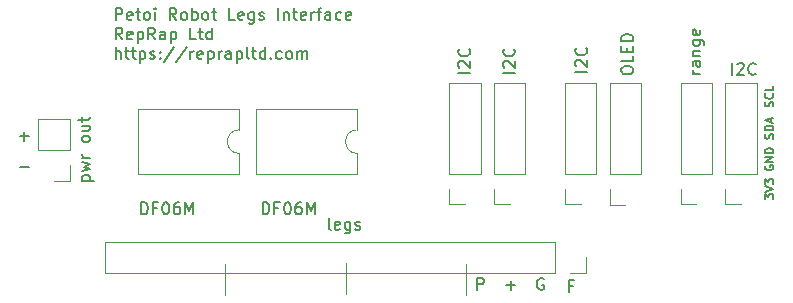
<source format=gbr>
G04 #@! TF.GenerationSoftware,KiCad,Pcbnew,5.1.5+dfsg1-2build2*
G04 #@! TF.CreationDate,2022-12-16T12:04:58+00:00*
G04 #@! TF.ProjectId,rrl-interface,72726c2d-696e-4746-9572-666163652e6b,rev?*
G04 #@! TF.SameCoordinates,Original*
G04 #@! TF.FileFunction,Legend,Top*
G04 #@! TF.FilePolarity,Positive*
%FSLAX46Y46*%
G04 Gerber Fmt 4.6, Leading zero omitted, Abs format (unit mm)*
G04 Created by KiCad (PCBNEW 5.1.5+dfsg1-2build2) date 2022-12-16 12:04:58*
%MOMM*%
%LPD*%
G04 APERTURE LIST*
%ADD10C,0.150000*%
%ADD11C,0.120000*%
G04 APERTURE END LIST*
D10*
X52038095Y-195352380D02*
X52038095Y-194352380D01*
X52419047Y-194352380D01*
X52514285Y-194400000D01*
X52561904Y-194447619D01*
X52609523Y-194542857D01*
X52609523Y-194685714D01*
X52561904Y-194780952D01*
X52514285Y-194828571D01*
X52419047Y-194876190D01*
X52038095Y-194876190D01*
X60142857Y-195028571D02*
X59809523Y-195028571D01*
X59809523Y-195552380D02*
X59809523Y-194552380D01*
X60285714Y-194552380D01*
X57661904Y-194400000D02*
X57566666Y-194352380D01*
X57423809Y-194352380D01*
X57280952Y-194400000D01*
X57185714Y-194495238D01*
X57138095Y-194590476D01*
X57090476Y-194780952D01*
X57090476Y-194923809D01*
X57138095Y-195114285D01*
X57185714Y-195209523D01*
X57280952Y-195304761D01*
X57423809Y-195352380D01*
X57519047Y-195352380D01*
X57661904Y-195304761D01*
X57709523Y-195257142D01*
X57709523Y-194923809D01*
X57519047Y-194923809D01*
X54519047Y-194971428D02*
X55280952Y-194971428D01*
X54900000Y-195352380D02*
X54900000Y-194590476D01*
D11*
X30700000Y-193200000D02*
X30700000Y-195800000D01*
X40900000Y-193100000D02*
X40900000Y-195700000D01*
X51100000Y-193200000D02*
X51100000Y-195800000D01*
D10*
X13319047Y-182371428D02*
X14080952Y-182371428D01*
X13700000Y-182752380D02*
X13700000Y-181990476D01*
X13319047Y-184971428D02*
X14080952Y-184971428D01*
X76416666Y-187666666D02*
X76416666Y-187233333D01*
X76683333Y-187466666D01*
X76683333Y-187366666D01*
X76716666Y-187300000D01*
X76750000Y-187266666D01*
X76816666Y-187233333D01*
X76983333Y-187233333D01*
X77050000Y-187266666D01*
X77083333Y-187300000D01*
X77116666Y-187366666D01*
X77116666Y-187566666D01*
X77083333Y-187633333D01*
X77050000Y-187666666D01*
X76416666Y-187033333D02*
X77116666Y-186800000D01*
X76416666Y-186566666D01*
X76416666Y-186400000D02*
X76416666Y-185966666D01*
X76683333Y-186200000D01*
X76683333Y-186100000D01*
X76716666Y-186033333D01*
X76750000Y-186000000D01*
X76816666Y-185966666D01*
X76983333Y-185966666D01*
X77050000Y-186000000D01*
X77083333Y-186033333D01*
X77116666Y-186100000D01*
X77116666Y-186300000D01*
X77083333Y-186366666D01*
X77050000Y-186400000D01*
X76450000Y-184833333D02*
X76416666Y-184900000D01*
X76416666Y-185000000D01*
X76450000Y-185100000D01*
X76516666Y-185166666D01*
X76583333Y-185200000D01*
X76716666Y-185233333D01*
X76816666Y-185233333D01*
X76950000Y-185200000D01*
X77016666Y-185166666D01*
X77083333Y-185100000D01*
X77116666Y-185000000D01*
X77116666Y-184933333D01*
X77083333Y-184833333D01*
X77050000Y-184800000D01*
X76816666Y-184800000D01*
X76816666Y-184933333D01*
X77116666Y-184500000D02*
X76416666Y-184500000D01*
X77116666Y-184100000D01*
X76416666Y-184100000D01*
X77116666Y-183766666D02*
X76416666Y-183766666D01*
X76416666Y-183600000D01*
X76450000Y-183500000D01*
X76516666Y-183433333D01*
X76583333Y-183400000D01*
X76716666Y-183366666D01*
X76816666Y-183366666D01*
X76950000Y-183400000D01*
X77016666Y-183433333D01*
X77083333Y-183500000D01*
X77116666Y-183600000D01*
X77116666Y-183766666D01*
X77083333Y-179833333D02*
X77116666Y-179733333D01*
X77116666Y-179566666D01*
X77083333Y-179500000D01*
X77050000Y-179466666D01*
X76983333Y-179433333D01*
X76916666Y-179433333D01*
X76850000Y-179466666D01*
X76816666Y-179500000D01*
X76783333Y-179566666D01*
X76750000Y-179700000D01*
X76716666Y-179766666D01*
X76683333Y-179800000D01*
X76616666Y-179833333D01*
X76550000Y-179833333D01*
X76483333Y-179800000D01*
X76450000Y-179766666D01*
X76416666Y-179700000D01*
X76416666Y-179533333D01*
X76450000Y-179433333D01*
X77050000Y-178733333D02*
X77083333Y-178766666D01*
X77116666Y-178866666D01*
X77116666Y-178933333D01*
X77083333Y-179033333D01*
X77016666Y-179100000D01*
X76950000Y-179133333D01*
X76816666Y-179166666D01*
X76716666Y-179166666D01*
X76583333Y-179133333D01*
X76516666Y-179100000D01*
X76450000Y-179033333D01*
X76416666Y-178933333D01*
X76416666Y-178866666D01*
X76450000Y-178766666D01*
X76483333Y-178733333D01*
X77116666Y-178100000D02*
X77116666Y-178433333D01*
X76416666Y-178433333D01*
X77083333Y-182550000D02*
X77116666Y-182450000D01*
X77116666Y-182283333D01*
X77083333Y-182216666D01*
X77050000Y-182183333D01*
X76983333Y-182150000D01*
X76916666Y-182150000D01*
X76850000Y-182183333D01*
X76816666Y-182216666D01*
X76783333Y-182283333D01*
X76750000Y-182416666D01*
X76716666Y-182483333D01*
X76683333Y-182516666D01*
X76616666Y-182550000D01*
X76550000Y-182550000D01*
X76483333Y-182516666D01*
X76450000Y-182483333D01*
X76416666Y-182416666D01*
X76416666Y-182250000D01*
X76450000Y-182150000D01*
X77116666Y-181850000D02*
X76416666Y-181850000D01*
X76416666Y-181683333D01*
X76450000Y-181583333D01*
X76516666Y-181516666D01*
X76583333Y-181483333D01*
X76716666Y-181450000D01*
X76816666Y-181450000D01*
X76950000Y-181483333D01*
X77016666Y-181516666D01*
X77083333Y-181583333D01*
X77116666Y-181683333D01*
X77116666Y-181850000D01*
X76916666Y-181183333D02*
X76916666Y-180850000D01*
X77116666Y-181250000D02*
X76416666Y-181016666D01*
X77116666Y-180783333D01*
X55252380Y-176976190D02*
X54252380Y-176976190D01*
X54347619Y-176547619D02*
X54300000Y-176500000D01*
X54252380Y-176404761D01*
X54252380Y-176166666D01*
X54300000Y-176071428D01*
X54347619Y-176023809D01*
X54442857Y-175976190D01*
X54538095Y-175976190D01*
X54680952Y-176023809D01*
X55252380Y-176595238D01*
X55252380Y-175976190D01*
X55157142Y-174976190D02*
X55204761Y-175023809D01*
X55252380Y-175166666D01*
X55252380Y-175261904D01*
X55204761Y-175404761D01*
X55109523Y-175500000D01*
X55014285Y-175547619D01*
X54823809Y-175595238D01*
X54680952Y-175595238D01*
X54490476Y-175547619D01*
X54395238Y-175500000D01*
X54300000Y-175404761D01*
X54252380Y-175261904D01*
X54252380Y-175166666D01*
X54300000Y-175023809D01*
X54347619Y-174976190D01*
X39633333Y-190252380D02*
X39538095Y-190204761D01*
X39490476Y-190109523D01*
X39490476Y-189252380D01*
X40395238Y-190204761D02*
X40300000Y-190252380D01*
X40109523Y-190252380D01*
X40014285Y-190204761D01*
X39966666Y-190109523D01*
X39966666Y-189728571D01*
X40014285Y-189633333D01*
X40109523Y-189585714D01*
X40300000Y-189585714D01*
X40395238Y-189633333D01*
X40442857Y-189728571D01*
X40442857Y-189823809D01*
X39966666Y-189919047D01*
X41300000Y-189585714D02*
X41300000Y-190395238D01*
X41252380Y-190490476D01*
X41204761Y-190538095D01*
X41109523Y-190585714D01*
X40966666Y-190585714D01*
X40871428Y-190538095D01*
X41300000Y-190204761D02*
X41204761Y-190252380D01*
X41014285Y-190252380D01*
X40919047Y-190204761D01*
X40871428Y-190157142D01*
X40823809Y-190061904D01*
X40823809Y-189776190D01*
X40871428Y-189680952D01*
X40919047Y-189633333D01*
X41014285Y-189585714D01*
X41204761Y-189585714D01*
X41300000Y-189633333D01*
X41728571Y-190204761D02*
X41823809Y-190252380D01*
X42014285Y-190252380D01*
X42109523Y-190204761D01*
X42157142Y-190109523D01*
X42157142Y-190061904D01*
X42109523Y-189966666D01*
X42014285Y-189919047D01*
X41871428Y-189919047D01*
X41776190Y-189871428D01*
X41728571Y-189776190D01*
X41728571Y-189728571D01*
X41776190Y-189633333D01*
X41871428Y-189585714D01*
X42014285Y-189585714D01*
X42109523Y-189633333D01*
X18585714Y-186119047D02*
X19585714Y-186119047D01*
X18633333Y-186119047D02*
X18585714Y-186023809D01*
X18585714Y-185833333D01*
X18633333Y-185738095D01*
X18680952Y-185690476D01*
X18776190Y-185642857D01*
X19061904Y-185642857D01*
X19157142Y-185690476D01*
X19204761Y-185738095D01*
X19252380Y-185833333D01*
X19252380Y-186023809D01*
X19204761Y-186119047D01*
X18585714Y-185309523D02*
X19252380Y-185119047D01*
X18776190Y-184928571D01*
X19252380Y-184738095D01*
X18585714Y-184547619D01*
X19252380Y-184166666D02*
X18585714Y-184166666D01*
X18776190Y-184166666D02*
X18680952Y-184119047D01*
X18633333Y-184071428D01*
X18585714Y-183976190D01*
X18585714Y-183880952D01*
X19252380Y-182642857D02*
X19204761Y-182738095D01*
X19157142Y-182785714D01*
X19061904Y-182833333D01*
X18776190Y-182833333D01*
X18680952Y-182785714D01*
X18633333Y-182738095D01*
X18585714Y-182642857D01*
X18585714Y-182500000D01*
X18633333Y-182404761D01*
X18680952Y-182357142D01*
X18776190Y-182309523D01*
X19061904Y-182309523D01*
X19157142Y-182357142D01*
X19204761Y-182404761D01*
X19252380Y-182500000D01*
X19252380Y-182642857D01*
X18585714Y-181452380D02*
X19252380Y-181452380D01*
X18585714Y-181880952D02*
X19109523Y-181880952D01*
X19204761Y-181833333D01*
X19252380Y-181738095D01*
X19252380Y-181595238D01*
X19204761Y-181500000D01*
X19157142Y-181452380D01*
X18585714Y-181119047D02*
X18585714Y-180738095D01*
X18252380Y-180976190D02*
X19109523Y-180976190D01*
X19204761Y-180928571D01*
X19252380Y-180833333D01*
X19252380Y-180738095D01*
X21435595Y-172502380D02*
X21435595Y-171502380D01*
X21816547Y-171502380D01*
X21911785Y-171550000D01*
X21959404Y-171597619D01*
X22007023Y-171692857D01*
X22007023Y-171835714D01*
X21959404Y-171930952D01*
X21911785Y-171978571D01*
X21816547Y-172026190D01*
X21435595Y-172026190D01*
X22816547Y-172454761D02*
X22721309Y-172502380D01*
X22530833Y-172502380D01*
X22435595Y-172454761D01*
X22387976Y-172359523D01*
X22387976Y-171978571D01*
X22435595Y-171883333D01*
X22530833Y-171835714D01*
X22721309Y-171835714D01*
X22816547Y-171883333D01*
X22864166Y-171978571D01*
X22864166Y-172073809D01*
X22387976Y-172169047D01*
X23149880Y-171835714D02*
X23530833Y-171835714D01*
X23292738Y-171502380D02*
X23292738Y-172359523D01*
X23340357Y-172454761D01*
X23435595Y-172502380D01*
X23530833Y-172502380D01*
X24007023Y-172502380D02*
X23911785Y-172454761D01*
X23864166Y-172407142D01*
X23816547Y-172311904D01*
X23816547Y-172026190D01*
X23864166Y-171930952D01*
X23911785Y-171883333D01*
X24007023Y-171835714D01*
X24149880Y-171835714D01*
X24245119Y-171883333D01*
X24292738Y-171930952D01*
X24340357Y-172026190D01*
X24340357Y-172311904D01*
X24292738Y-172407142D01*
X24245119Y-172454761D01*
X24149880Y-172502380D01*
X24007023Y-172502380D01*
X24768928Y-172502380D02*
X24768928Y-171835714D01*
X24768928Y-171502380D02*
X24721309Y-171550000D01*
X24768928Y-171597619D01*
X24816547Y-171550000D01*
X24768928Y-171502380D01*
X24768928Y-171597619D01*
X26578452Y-172502380D02*
X26245119Y-172026190D01*
X26007023Y-172502380D02*
X26007023Y-171502380D01*
X26387976Y-171502380D01*
X26483214Y-171550000D01*
X26530833Y-171597619D01*
X26578452Y-171692857D01*
X26578452Y-171835714D01*
X26530833Y-171930952D01*
X26483214Y-171978571D01*
X26387976Y-172026190D01*
X26007023Y-172026190D01*
X27149880Y-172502380D02*
X27054642Y-172454761D01*
X27007023Y-172407142D01*
X26959404Y-172311904D01*
X26959404Y-172026190D01*
X27007023Y-171930952D01*
X27054642Y-171883333D01*
X27149880Y-171835714D01*
X27292738Y-171835714D01*
X27387976Y-171883333D01*
X27435595Y-171930952D01*
X27483214Y-172026190D01*
X27483214Y-172311904D01*
X27435595Y-172407142D01*
X27387976Y-172454761D01*
X27292738Y-172502380D01*
X27149880Y-172502380D01*
X27911785Y-172502380D02*
X27911785Y-171502380D01*
X27911785Y-171883333D02*
X28007023Y-171835714D01*
X28197500Y-171835714D01*
X28292738Y-171883333D01*
X28340357Y-171930952D01*
X28387976Y-172026190D01*
X28387976Y-172311904D01*
X28340357Y-172407142D01*
X28292738Y-172454761D01*
X28197500Y-172502380D01*
X28007023Y-172502380D01*
X27911785Y-172454761D01*
X28959404Y-172502380D02*
X28864166Y-172454761D01*
X28816547Y-172407142D01*
X28768928Y-172311904D01*
X28768928Y-172026190D01*
X28816547Y-171930952D01*
X28864166Y-171883333D01*
X28959404Y-171835714D01*
X29102261Y-171835714D01*
X29197500Y-171883333D01*
X29245119Y-171930952D01*
X29292738Y-172026190D01*
X29292738Y-172311904D01*
X29245119Y-172407142D01*
X29197500Y-172454761D01*
X29102261Y-172502380D01*
X28959404Y-172502380D01*
X29578452Y-171835714D02*
X29959404Y-171835714D01*
X29721309Y-171502380D02*
X29721309Y-172359523D01*
X29768928Y-172454761D01*
X29864166Y-172502380D01*
X29959404Y-172502380D01*
X31530833Y-172502380D02*
X31054642Y-172502380D01*
X31054642Y-171502380D01*
X32245119Y-172454761D02*
X32149880Y-172502380D01*
X31959404Y-172502380D01*
X31864166Y-172454761D01*
X31816547Y-172359523D01*
X31816547Y-171978571D01*
X31864166Y-171883333D01*
X31959404Y-171835714D01*
X32149880Y-171835714D01*
X32245119Y-171883333D01*
X32292738Y-171978571D01*
X32292738Y-172073809D01*
X31816547Y-172169047D01*
X33149880Y-171835714D02*
X33149880Y-172645238D01*
X33102261Y-172740476D01*
X33054642Y-172788095D01*
X32959404Y-172835714D01*
X32816547Y-172835714D01*
X32721309Y-172788095D01*
X33149880Y-172454761D02*
X33054642Y-172502380D01*
X32864166Y-172502380D01*
X32768928Y-172454761D01*
X32721309Y-172407142D01*
X32673690Y-172311904D01*
X32673690Y-172026190D01*
X32721309Y-171930952D01*
X32768928Y-171883333D01*
X32864166Y-171835714D01*
X33054642Y-171835714D01*
X33149880Y-171883333D01*
X33578452Y-172454761D02*
X33673690Y-172502380D01*
X33864166Y-172502380D01*
X33959404Y-172454761D01*
X34007023Y-172359523D01*
X34007023Y-172311904D01*
X33959404Y-172216666D01*
X33864166Y-172169047D01*
X33721309Y-172169047D01*
X33626071Y-172121428D01*
X33578452Y-172026190D01*
X33578452Y-171978571D01*
X33626071Y-171883333D01*
X33721309Y-171835714D01*
X33864166Y-171835714D01*
X33959404Y-171883333D01*
X35197500Y-172502380D02*
X35197500Y-171502380D01*
X35673690Y-171835714D02*
X35673690Y-172502380D01*
X35673690Y-171930952D02*
X35721309Y-171883333D01*
X35816547Y-171835714D01*
X35959404Y-171835714D01*
X36054642Y-171883333D01*
X36102261Y-171978571D01*
X36102261Y-172502380D01*
X36435595Y-171835714D02*
X36816547Y-171835714D01*
X36578452Y-171502380D02*
X36578452Y-172359523D01*
X36626071Y-172454761D01*
X36721309Y-172502380D01*
X36816547Y-172502380D01*
X37530833Y-172454761D02*
X37435595Y-172502380D01*
X37245119Y-172502380D01*
X37149880Y-172454761D01*
X37102261Y-172359523D01*
X37102261Y-171978571D01*
X37149880Y-171883333D01*
X37245119Y-171835714D01*
X37435595Y-171835714D01*
X37530833Y-171883333D01*
X37578452Y-171978571D01*
X37578452Y-172073809D01*
X37102261Y-172169047D01*
X38007023Y-172502380D02*
X38007023Y-171835714D01*
X38007023Y-172026190D02*
X38054642Y-171930952D01*
X38102261Y-171883333D01*
X38197500Y-171835714D01*
X38292738Y-171835714D01*
X38483214Y-171835714D02*
X38864166Y-171835714D01*
X38626071Y-172502380D02*
X38626071Y-171645238D01*
X38673690Y-171550000D01*
X38768928Y-171502380D01*
X38864166Y-171502380D01*
X39626071Y-172502380D02*
X39626071Y-171978571D01*
X39578452Y-171883333D01*
X39483214Y-171835714D01*
X39292738Y-171835714D01*
X39197500Y-171883333D01*
X39626071Y-172454761D02*
X39530833Y-172502380D01*
X39292738Y-172502380D01*
X39197500Y-172454761D01*
X39149880Y-172359523D01*
X39149880Y-172264285D01*
X39197500Y-172169047D01*
X39292738Y-172121428D01*
X39530833Y-172121428D01*
X39626071Y-172073809D01*
X40530833Y-172454761D02*
X40435595Y-172502380D01*
X40245119Y-172502380D01*
X40149880Y-172454761D01*
X40102261Y-172407142D01*
X40054642Y-172311904D01*
X40054642Y-172026190D01*
X40102261Y-171930952D01*
X40149880Y-171883333D01*
X40245119Y-171835714D01*
X40435595Y-171835714D01*
X40530833Y-171883333D01*
X41340357Y-172454761D02*
X41245119Y-172502380D01*
X41054642Y-172502380D01*
X40959404Y-172454761D01*
X40911785Y-172359523D01*
X40911785Y-171978571D01*
X40959404Y-171883333D01*
X41054642Y-171835714D01*
X41245119Y-171835714D01*
X41340357Y-171883333D01*
X41387976Y-171978571D01*
X41387976Y-172073809D01*
X40911785Y-172169047D01*
X22007023Y-174152380D02*
X21673690Y-173676190D01*
X21435595Y-174152380D02*
X21435595Y-173152380D01*
X21816547Y-173152380D01*
X21911785Y-173200000D01*
X21959404Y-173247619D01*
X22007023Y-173342857D01*
X22007023Y-173485714D01*
X21959404Y-173580952D01*
X21911785Y-173628571D01*
X21816547Y-173676190D01*
X21435595Y-173676190D01*
X22816547Y-174104761D02*
X22721309Y-174152380D01*
X22530833Y-174152380D01*
X22435595Y-174104761D01*
X22387976Y-174009523D01*
X22387976Y-173628571D01*
X22435595Y-173533333D01*
X22530833Y-173485714D01*
X22721309Y-173485714D01*
X22816547Y-173533333D01*
X22864166Y-173628571D01*
X22864166Y-173723809D01*
X22387976Y-173819047D01*
X23292738Y-173485714D02*
X23292738Y-174485714D01*
X23292738Y-173533333D02*
X23387976Y-173485714D01*
X23578452Y-173485714D01*
X23673690Y-173533333D01*
X23721309Y-173580952D01*
X23768928Y-173676190D01*
X23768928Y-173961904D01*
X23721309Y-174057142D01*
X23673690Y-174104761D01*
X23578452Y-174152380D01*
X23387976Y-174152380D01*
X23292738Y-174104761D01*
X24768928Y-174152380D02*
X24435595Y-173676190D01*
X24197500Y-174152380D02*
X24197500Y-173152380D01*
X24578452Y-173152380D01*
X24673690Y-173200000D01*
X24721309Y-173247619D01*
X24768928Y-173342857D01*
X24768928Y-173485714D01*
X24721309Y-173580952D01*
X24673690Y-173628571D01*
X24578452Y-173676190D01*
X24197500Y-173676190D01*
X25626071Y-174152380D02*
X25626071Y-173628571D01*
X25578452Y-173533333D01*
X25483214Y-173485714D01*
X25292738Y-173485714D01*
X25197500Y-173533333D01*
X25626071Y-174104761D02*
X25530833Y-174152380D01*
X25292738Y-174152380D01*
X25197500Y-174104761D01*
X25149880Y-174009523D01*
X25149880Y-173914285D01*
X25197500Y-173819047D01*
X25292738Y-173771428D01*
X25530833Y-173771428D01*
X25626071Y-173723809D01*
X26102261Y-173485714D02*
X26102261Y-174485714D01*
X26102261Y-173533333D02*
X26197500Y-173485714D01*
X26387976Y-173485714D01*
X26483214Y-173533333D01*
X26530833Y-173580952D01*
X26578452Y-173676190D01*
X26578452Y-173961904D01*
X26530833Y-174057142D01*
X26483214Y-174104761D01*
X26387976Y-174152380D01*
X26197500Y-174152380D01*
X26102261Y-174104761D01*
X28245119Y-174152380D02*
X27768928Y-174152380D01*
X27768928Y-173152380D01*
X28435595Y-173485714D02*
X28816547Y-173485714D01*
X28578452Y-173152380D02*
X28578452Y-174009523D01*
X28626071Y-174104761D01*
X28721309Y-174152380D01*
X28816547Y-174152380D01*
X29578452Y-174152380D02*
X29578452Y-173152380D01*
X29578452Y-174104761D02*
X29483214Y-174152380D01*
X29292738Y-174152380D01*
X29197500Y-174104761D01*
X29149880Y-174057142D01*
X29102261Y-173961904D01*
X29102261Y-173676190D01*
X29149880Y-173580952D01*
X29197500Y-173533333D01*
X29292738Y-173485714D01*
X29483214Y-173485714D01*
X29578452Y-173533333D01*
X21435595Y-175802380D02*
X21435595Y-174802380D01*
X21864166Y-175802380D02*
X21864166Y-175278571D01*
X21816547Y-175183333D01*
X21721309Y-175135714D01*
X21578452Y-175135714D01*
X21483214Y-175183333D01*
X21435595Y-175230952D01*
X22197500Y-175135714D02*
X22578452Y-175135714D01*
X22340357Y-174802380D02*
X22340357Y-175659523D01*
X22387976Y-175754761D01*
X22483214Y-175802380D01*
X22578452Y-175802380D01*
X22768928Y-175135714D02*
X23149880Y-175135714D01*
X22911785Y-174802380D02*
X22911785Y-175659523D01*
X22959404Y-175754761D01*
X23054642Y-175802380D01*
X23149880Y-175802380D01*
X23483214Y-175135714D02*
X23483214Y-176135714D01*
X23483214Y-175183333D02*
X23578452Y-175135714D01*
X23768928Y-175135714D01*
X23864166Y-175183333D01*
X23911785Y-175230952D01*
X23959404Y-175326190D01*
X23959404Y-175611904D01*
X23911785Y-175707142D01*
X23864166Y-175754761D01*
X23768928Y-175802380D01*
X23578452Y-175802380D01*
X23483214Y-175754761D01*
X24340357Y-175754761D02*
X24435595Y-175802380D01*
X24626071Y-175802380D01*
X24721309Y-175754761D01*
X24768928Y-175659523D01*
X24768928Y-175611904D01*
X24721309Y-175516666D01*
X24626071Y-175469047D01*
X24483214Y-175469047D01*
X24387976Y-175421428D01*
X24340357Y-175326190D01*
X24340357Y-175278571D01*
X24387976Y-175183333D01*
X24483214Y-175135714D01*
X24626071Y-175135714D01*
X24721309Y-175183333D01*
X25197500Y-175707142D02*
X25245119Y-175754761D01*
X25197500Y-175802380D01*
X25149880Y-175754761D01*
X25197500Y-175707142D01*
X25197500Y-175802380D01*
X25197500Y-175183333D02*
X25245119Y-175230952D01*
X25197500Y-175278571D01*
X25149880Y-175230952D01*
X25197500Y-175183333D01*
X25197500Y-175278571D01*
X26387976Y-174754761D02*
X25530833Y-176040476D01*
X27435595Y-174754761D02*
X26578452Y-176040476D01*
X27768928Y-175802380D02*
X27768928Y-175135714D01*
X27768928Y-175326190D02*
X27816547Y-175230952D01*
X27864166Y-175183333D01*
X27959404Y-175135714D01*
X28054642Y-175135714D01*
X28768928Y-175754761D02*
X28673690Y-175802380D01*
X28483214Y-175802380D01*
X28387976Y-175754761D01*
X28340357Y-175659523D01*
X28340357Y-175278571D01*
X28387976Y-175183333D01*
X28483214Y-175135714D01*
X28673690Y-175135714D01*
X28768928Y-175183333D01*
X28816547Y-175278571D01*
X28816547Y-175373809D01*
X28340357Y-175469047D01*
X29245119Y-175135714D02*
X29245119Y-176135714D01*
X29245119Y-175183333D02*
X29340357Y-175135714D01*
X29530833Y-175135714D01*
X29626071Y-175183333D01*
X29673690Y-175230952D01*
X29721309Y-175326190D01*
X29721309Y-175611904D01*
X29673690Y-175707142D01*
X29626071Y-175754761D01*
X29530833Y-175802380D01*
X29340357Y-175802380D01*
X29245119Y-175754761D01*
X30149880Y-175802380D02*
X30149880Y-175135714D01*
X30149880Y-175326190D02*
X30197500Y-175230952D01*
X30245119Y-175183333D01*
X30340357Y-175135714D01*
X30435595Y-175135714D01*
X31197500Y-175802380D02*
X31197500Y-175278571D01*
X31149880Y-175183333D01*
X31054642Y-175135714D01*
X30864166Y-175135714D01*
X30768928Y-175183333D01*
X31197500Y-175754761D02*
X31102261Y-175802380D01*
X30864166Y-175802380D01*
X30768928Y-175754761D01*
X30721309Y-175659523D01*
X30721309Y-175564285D01*
X30768928Y-175469047D01*
X30864166Y-175421428D01*
X31102261Y-175421428D01*
X31197500Y-175373809D01*
X31673690Y-175135714D02*
X31673690Y-176135714D01*
X31673690Y-175183333D02*
X31768928Y-175135714D01*
X31959404Y-175135714D01*
X32054642Y-175183333D01*
X32102261Y-175230952D01*
X32149880Y-175326190D01*
X32149880Y-175611904D01*
X32102261Y-175707142D01*
X32054642Y-175754761D01*
X31959404Y-175802380D01*
X31768928Y-175802380D01*
X31673690Y-175754761D01*
X32721309Y-175802380D02*
X32626071Y-175754761D01*
X32578452Y-175659523D01*
X32578452Y-174802380D01*
X32959404Y-175135714D02*
X33340357Y-175135714D01*
X33102261Y-174802380D02*
X33102261Y-175659523D01*
X33149880Y-175754761D01*
X33245119Y-175802380D01*
X33340357Y-175802380D01*
X34102261Y-175802380D02*
X34102261Y-174802380D01*
X34102261Y-175754761D02*
X34007023Y-175802380D01*
X33816547Y-175802380D01*
X33721309Y-175754761D01*
X33673690Y-175707142D01*
X33626071Y-175611904D01*
X33626071Y-175326190D01*
X33673690Y-175230952D01*
X33721309Y-175183333D01*
X33816547Y-175135714D01*
X34007023Y-175135714D01*
X34102261Y-175183333D01*
X34578452Y-175707142D02*
X34626071Y-175754761D01*
X34578452Y-175802380D01*
X34530833Y-175754761D01*
X34578452Y-175707142D01*
X34578452Y-175802380D01*
X35483214Y-175754761D02*
X35387976Y-175802380D01*
X35197500Y-175802380D01*
X35102261Y-175754761D01*
X35054642Y-175707142D01*
X35007023Y-175611904D01*
X35007023Y-175326190D01*
X35054642Y-175230952D01*
X35102261Y-175183333D01*
X35197500Y-175135714D01*
X35387976Y-175135714D01*
X35483214Y-175183333D01*
X36054642Y-175802380D02*
X35959404Y-175754761D01*
X35911785Y-175707142D01*
X35864166Y-175611904D01*
X35864166Y-175326190D01*
X35911785Y-175230952D01*
X35959404Y-175183333D01*
X36054642Y-175135714D01*
X36197500Y-175135714D01*
X36292738Y-175183333D01*
X36340357Y-175230952D01*
X36387976Y-175326190D01*
X36387976Y-175611904D01*
X36340357Y-175707142D01*
X36292738Y-175754761D01*
X36197500Y-175802380D01*
X36054642Y-175802380D01*
X36816547Y-175802380D02*
X36816547Y-175135714D01*
X36816547Y-175230952D02*
X36864166Y-175183333D01*
X36959404Y-175135714D01*
X37102261Y-175135714D01*
X37197500Y-175183333D01*
X37245119Y-175278571D01*
X37245119Y-175802380D01*
X37245119Y-175278571D02*
X37292738Y-175183333D01*
X37387976Y-175135714D01*
X37530833Y-175135714D01*
X37626071Y-175183333D01*
X37673690Y-175278571D01*
X37673690Y-175802380D01*
D11*
X41900000Y-181810000D02*
X41900000Y-180040000D01*
X41900000Y-180040000D02*
X33300000Y-180040000D01*
X33300000Y-180040000D02*
X33300000Y-185580000D01*
X33300000Y-185580000D02*
X41900000Y-185580000D01*
X41900000Y-185580000D02*
X41900000Y-183810000D01*
X41900000Y-183810000D02*
G75*
G02X41900000Y-181810000I0J1000000D01*
G01*
X31900000Y-185580000D02*
X31900000Y-183810000D01*
X23300000Y-185580000D02*
X31900000Y-185580000D01*
X23300000Y-180040000D02*
X23300000Y-185580000D01*
X31900000Y-180040000D02*
X23300000Y-180040000D01*
X31900000Y-181810000D02*
X31900000Y-180040000D01*
X31900000Y-183810000D02*
G75*
G02X31900000Y-181810000I0J1000000D01*
G01*
X17530000Y-186130000D02*
X16200000Y-186130000D01*
X17530000Y-184800000D02*
X17530000Y-186130000D01*
X17530000Y-183530000D02*
X14870000Y-183530000D01*
X14870000Y-183530000D02*
X14870000Y-180930000D01*
X17530000Y-183530000D02*
X17530000Y-180930000D01*
X17530000Y-180930000D02*
X14870000Y-180930000D01*
X58670000Y-191270000D02*
X58670000Y-193930000D01*
X58670000Y-191270000D02*
X20510000Y-191270000D01*
X20510000Y-191270000D02*
X20510000Y-193930000D01*
X58670000Y-193930000D02*
X20510000Y-193930000D01*
X61270000Y-193930000D02*
X59940000Y-193930000D01*
X61270000Y-192600000D02*
X61270000Y-193930000D01*
X56130000Y-185530000D02*
X53470000Y-185530000D01*
X56130000Y-185530000D02*
X56130000Y-177850000D01*
X56130000Y-177850000D02*
X53470000Y-177850000D01*
X53470000Y-185530000D02*
X53470000Y-177850000D01*
X53470000Y-188130000D02*
X53470000Y-186800000D01*
X54800000Y-188130000D02*
X53470000Y-188130000D01*
X51000000Y-188130000D02*
X49670000Y-188130000D01*
X49670000Y-188130000D02*
X49670000Y-186800000D01*
X49670000Y-185530000D02*
X49670000Y-177850000D01*
X52330000Y-177850000D02*
X49670000Y-177850000D01*
X52330000Y-185530000D02*
X52330000Y-177850000D01*
X52330000Y-185530000D02*
X49670000Y-185530000D01*
X74374999Y-188130000D02*
X73044999Y-188130000D01*
X73044999Y-188130000D02*
X73044999Y-186800000D01*
X73044999Y-185530000D02*
X73044999Y-177850000D01*
X75704999Y-177850000D02*
X73044999Y-177850000D01*
X75704999Y-185530000D02*
X75704999Y-177850000D01*
X75704999Y-185530000D02*
X73044999Y-185530000D01*
X71930000Y-185530000D02*
X69270000Y-185530000D01*
X71930000Y-185530000D02*
X71930000Y-177850000D01*
X71930000Y-177850000D02*
X69270000Y-177850000D01*
X69270000Y-185530000D02*
X69270000Y-177850000D01*
X69270000Y-188130000D02*
X69270000Y-186800000D01*
X70600000Y-188130000D02*
X69270000Y-188130000D01*
X64600000Y-188150000D02*
X63270000Y-188150000D01*
X63270000Y-188150000D02*
X63270000Y-186820000D01*
X63270000Y-185550000D02*
X63270000Y-177870000D01*
X65930000Y-177870000D02*
X63270000Y-177870000D01*
X65930000Y-185550000D02*
X65930000Y-177870000D01*
X65930000Y-185550000D02*
X63270000Y-185550000D01*
X62130000Y-185530000D02*
X59470000Y-185530000D01*
X62130000Y-185530000D02*
X62130000Y-177850000D01*
X62130000Y-177850000D02*
X59470000Y-177850000D01*
X59470000Y-185530000D02*
X59470000Y-177850000D01*
X59470000Y-188130000D02*
X59470000Y-186800000D01*
X60800000Y-188130000D02*
X59470000Y-188130000D01*
D10*
X33885714Y-188952380D02*
X33885714Y-187952380D01*
X34123809Y-187952380D01*
X34266666Y-188000000D01*
X34361904Y-188095238D01*
X34409523Y-188190476D01*
X34457142Y-188380952D01*
X34457142Y-188523809D01*
X34409523Y-188714285D01*
X34361904Y-188809523D01*
X34266666Y-188904761D01*
X34123809Y-188952380D01*
X33885714Y-188952380D01*
X35219047Y-188428571D02*
X34885714Y-188428571D01*
X34885714Y-188952380D02*
X34885714Y-187952380D01*
X35361904Y-187952380D01*
X35933333Y-187952380D02*
X36028571Y-187952380D01*
X36123809Y-188000000D01*
X36171428Y-188047619D01*
X36219047Y-188142857D01*
X36266666Y-188333333D01*
X36266666Y-188571428D01*
X36219047Y-188761904D01*
X36171428Y-188857142D01*
X36123809Y-188904761D01*
X36028571Y-188952380D01*
X35933333Y-188952380D01*
X35838095Y-188904761D01*
X35790476Y-188857142D01*
X35742857Y-188761904D01*
X35695238Y-188571428D01*
X35695238Y-188333333D01*
X35742857Y-188142857D01*
X35790476Y-188047619D01*
X35838095Y-188000000D01*
X35933333Y-187952380D01*
X37123809Y-187952380D02*
X36933333Y-187952380D01*
X36838095Y-188000000D01*
X36790476Y-188047619D01*
X36695238Y-188190476D01*
X36647619Y-188380952D01*
X36647619Y-188761904D01*
X36695238Y-188857142D01*
X36742857Y-188904761D01*
X36838095Y-188952380D01*
X37028571Y-188952380D01*
X37123809Y-188904761D01*
X37171428Y-188857142D01*
X37219047Y-188761904D01*
X37219047Y-188523809D01*
X37171428Y-188428571D01*
X37123809Y-188380952D01*
X37028571Y-188333333D01*
X36838095Y-188333333D01*
X36742857Y-188380952D01*
X36695238Y-188428571D01*
X36647619Y-188523809D01*
X37647619Y-188952380D02*
X37647619Y-187952380D01*
X37980952Y-188666666D01*
X38314285Y-187952380D01*
X38314285Y-188952380D01*
X23585714Y-188952380D02*
X23585714Y-187952380D01*
X23823809Y-187952380D01*
X23966666Y-188000000D01*
X24061904Y-188095238D01*
X24109523Y-188190476D01*
X24157142Y-188380952D01*
X24157142Y-188523809D01*
X24109523Y-188714285D01*
X24061904Y-188809523D01*
X23966666Y-188904761D01*
X23823809Y-188952380D01*
X23585714Y-188952380D01*
X24919047Y-188428571D02*
X24585714Y-188428571D01*
X24585714Y-188952380D02*
X24585714Y-187952380D01*
X25061904Y-187952380D01*
X25633333Y-187952380D02*
X25728571Y-187952380D01*
X25823809Y-188000000D01*
X25871428Y-188047619D01*
X25919047Y-188142857D01*
X25966666Y-188333333D01*
X25966666Y-188571428D01*
X25919047Y-188761904D01*
X25871428Y-188857142D01*
X25823809Y-188904761D01*
X25728571Y-188952380D01*
X25633333Y-188952380D01*
X25538095Y-188904761D01*
X25490476Y-188857142D01*
X25442857Y-188761904D01*
X25395238Y-188571428D01*
X25395238Y-188333333D01*
X25442857Y-188142857D01*
X25490476Y-188047619D01*
X25538095Y-188000000D01*
X25633333Y-187952380D01*
X26823809Y-187952380D02*
X26633333Y-187952380D01*
X26538095Y-188000000D01*
X26490476Y-188047619D01*
X26395238Y-188190476D01*
X26347619Y-188380952D01*
X26347619Y-188761904D01*
X26395238Y-188857142D01*
X26442857Y-188904761D01*
X26538095Y-188952380D01*
X26728571Y-188952380D01*
X26823809Y-188904761D01*
X26871428Y-188857142D01*
X26919047Y-188761904D01*
X26919047Y-188523809D01*
X26871428Y-188428571D01*
X26823809Y-188380952D01*
X26728571Y-188333333D01*
X26538095Y-188333333D01*
X26442857Y-188380952D01*
X26395238Y-188428571D01*
X26347619Y-188523809D01*
X27347619Y-188952380D02*
X27347619Y-187952380D01*
X27680952Y-188666666D01*
X28014285Y-187952380D01*
X28014285Y-188952380D01*
X51452380Y-176976190D02*
X50452380Y-176976190D01*
X50547619Y-176547619D02*
X50500000Y-176500000D01*
X50452380Y-176404761D01*
X50452380Y-176166666D01*
X50500000Y-176071428D01*
X50547619Y-176023809D01*
X50642857Y-175976190D01*
X50738095Y-175976190D01*
X50880952Y-176023809D01*
X51452380Y-176595238D01*
X51452380Y-175976190D01*
X51357142Y-174976190D02*
X51404761Y-175023809D01*
X51452380Y-175166666D01*
X51452380Y-175261904D01*
X51404761Y-175404761D01*
X51309523Y-175500000D01*
X51214285Y-175547619D01*
X51023809Y-175595238D01*
X50880952Y-175595238D01*
X50690476Y-175547619D01*
X50595238Y-175500000D01*
X50500000Y-175404761D01*
X50452380Y-175261904D01*
X50452380Y-175166666D01*
X50500000Y-175023809D01*
X50547619Y-174976190D01*
X73623809Y-177152380D02*
X73623809Y-176152380D01*
X74052380Y-176247619D02*
X74100000Y-176200000D01*
X74195238Y-176152380D01*
X74433333Y-176152380D01*
X74528571Y-176200000D01*
X74576190Y-176247619D01*
X74623809Y-176342857D01*
X74623809Y-176438095D01*
X74576190Y-176580952D01*
X74004761Y-177152380D01*
X74623809Y-177152380D01*
X75623809Y-177057142D02*
X75576190Y-177104761D01*
X75433333Y-177152380D01*
X75338095Y-177152380D01*
X75195238Y-177104761D01*
X75100000Y-177009523D01*
X75052380Y-176914285D01*
X75004761Y-176723809D01*
X75004761Y-176580952D01*
X75052380Y-176390476D01*
X75100000Y-176295238D01*
X75195238Y-176200000D01*
X75338095Y-176152380D01*
X75433333Y-176152380D01*
X75576190Y-176200000D01*
X75623809Y-176247619D01*
X70952380Y-177057142D02*
X70285714Y-177057142D01*
X70476190Y-177057142D02*
X70380952Y-177009523D01*
X70333333Y-176961904D01*
X70285714Y-176866666D01*
X70285714Y-176771428D01*
X70952380Y-176009523D02*
X70428571Y-176009523D01*
X70333333Y-176057142D01*
X70285714Y-176152380D01*
X70285714Y-176342857D01*
X70333333Y-176438095D01*
X70904761Y-176009523D02*
X70952380Y-176104761D01*
X70952380Y-176342857D01*
X70904761Y-176438095D01*
X70809523Y-176485714D01*
X70714285Y-176485714D01*
X70619047Y-176438095D01*
X70571428Y-176342857D01*
X70571428Y-176104761D01*
X70523809Y-176009523D01*
X70285714Y-175533333D02*
X70952380Y-175533333D01*
X70380952Y-175533333D02*
X70333333Y-175485714D01*
X70285714Y-175390476D01*
X70285714Y-175247619D01*
X70333333Y-175152380D01*
X70428571Y-175104761D01*
X70952380Y-175104761D01*
X70285714Y-174200000D02*
X71095238Y-174200000D01*
X71190476Y-174247619D01*
X71238095Y-174295238D01*
X71285714Y-174390476D01*
X71285714Y-174533333D01*
X71238095Y-174628571D01*
X70904761Y-174200000D02*
X70952380Y-174295238D01*
X70952380Y-174485714D01*
X70904761Y-174580952D01*
X70857142Y-174628571D01*
X70761904Y-174676190D01*
X70476190Y-174676190D01*
X70380952Y-174628571D01*
X70333333Y-174580952D01*
X70285714Y-174485714D01*
X70285714Y-174295238D01*
X70333333Y-174200000D01*
X70904761Y-173342857D02*
X70952380Y-173438095D01*
X70952380Y-173628571D01*
X70904761Y-173723809D01*
X70809523Y-173771428D01*
X70428571Y-173771428D01*
X70333333Y-173723809D01*
X70285714Y-173628571D01*
X70285714Y-173438095D01*
X70333333Y-173342857D01*
X70428571Y-173295238D01*
X70523809Y-173295238D01*
X70619047Y-173771428D01*
X64252380Y-176852380D02*
X64252380Y-176661904D01*
X64300000Y-176566666D01*
X64395238Y-176471428D01*
X64585714Y-176423809D01*
X64919047Y-176423809D01*
X65109523Y-176471428D01*
X65204761Y-176566666D01*
X65252380Y-176661904D01*
X65252380Y-176852380D01*
X65204761Y-176947619D01*
X65109523Y-177042857D01*
X64919047Y-177090476D01*
X64585714Y-177090476D01*
X64395238Y-177042857D01*
X64300000Y-176947619D01*
X64252380Y-176852380D01*
X65252380Y-175519047D02*
X65252380Y-175995238D01*
X64252380Y-175995238D01*
X64728571Y-175185714D02*
X64728571Y-174852380D01*
X65252380Y-174709523D02*
X65252380Y-175185714D01*
X64252380Y-175185714D01*
X64252380Y-174709523D01*
X65252380Y-174280952D02*
X64252380Y-174280952D01*
X64252380Y-174042857D01*
X64300000Y-173900000D01*
X64395238Y-173804761D01*
X64490476Y-173757142D01*
X64680952Y-173709523D01*
X64823809Y-173709523D01*
X65014285Y-173757142D01*
X65109523Y-173804761D01*
X65204761Y-173900000D01*
X65252380Y-174042857D01*
X65252380Y-174280952D01*
X61352380Y-176876190D02*
X60352380Y-176876190D01*
X60447619Y-176447619D02*
X60400000Y-176400000D01*
X60352380Y-176304761D01*
X60352380Y-176066666D01*
X60400000Y-175971428D01*
X60447619Y-175923809D01*
X60542857Y-175876190D01*
X60638095Y-175876190D01*
X60780952Y-175923809D01*
X61352380Y-176495238D01*
X61352380Y-175876190D01*
X61257142Y-174876190D02*
X61304761Y-174923809D01*
X61352380Y-175066666D01*
X61352380Y-175161904D01*
X61304761Y-175304761D01*
X61209523Y-175400000D01*
X61114285Y-175447619D01*
X60923809Y-175495238D01*
X60780952Y-175495238D01*
X60590476Y-175447619D01*
X60495238Y-175400000D01*
X60400000Y-175304761D01*
X60352380Y-175161904D01*
X60352380Y-175066666D01*
X60400000Y-174923809D01*
X60447619Y-174876190D01*
M02*

</source>
